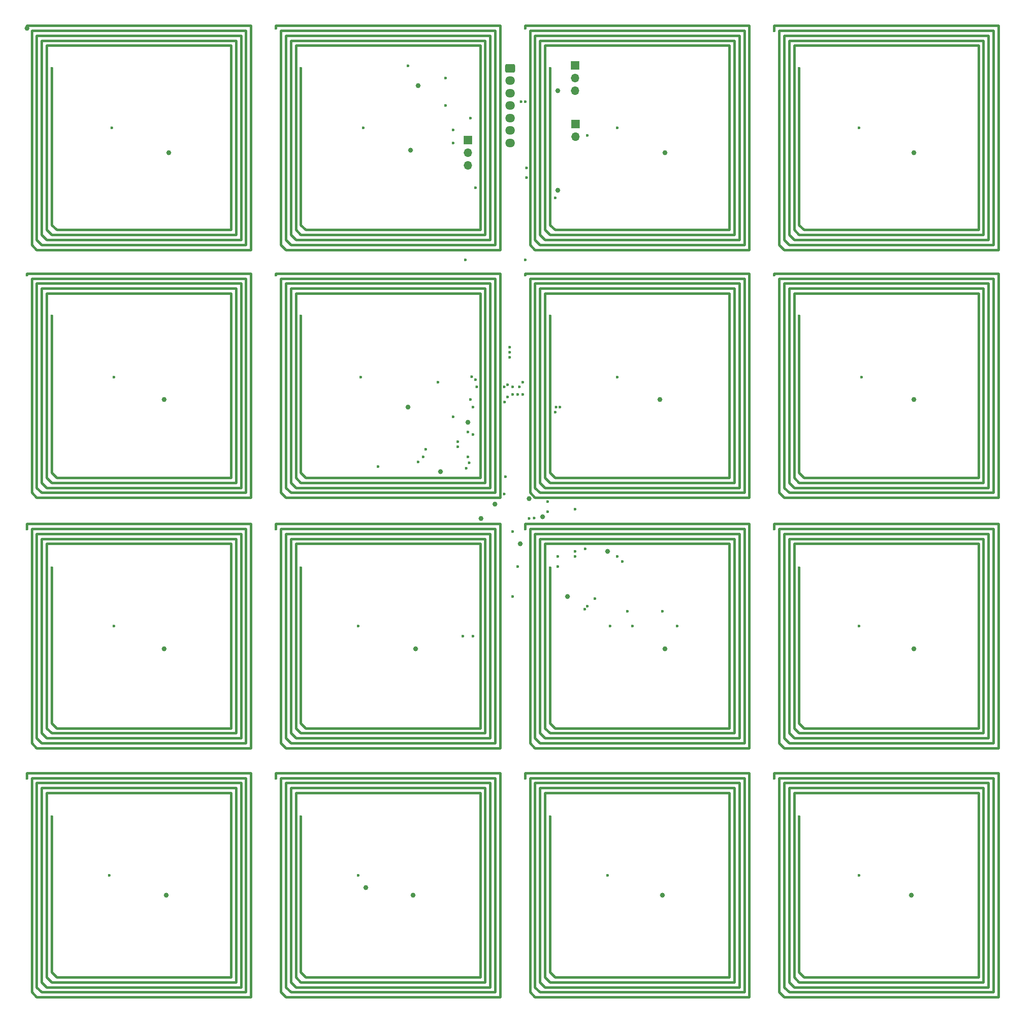
<source format=gbr>
%TF.GenerationSoftware,KiCad,Pcbnew,9.0.0*%
%TF.CreationDate,2025-03-24T21:43:16+01:00*%
%TF.ProjectId,PCB_Chessboard,5043425f-4368-4657-9373-626f6172642e,rev?*%
%TF.SameCoordinates,Original*%
%TF.FileFunction,Copper,L4,Bot*%
%TF.FilePolarity,Positive*%
%FSLAX46Y46*%
G04 Gerber Fmt 4.6, Leading zero omitted, Abs format (unit mm)*
G04 Created by KiCad (PCBNEW 9.0.0) date 2025-03-24 21:43:16*
%MOMM*%
%LPD*%
G01*
G04 APERTURE LIST*
G04 Aperture macros list*
%AMRoundRect*
0 Rectangle with rounded corners*
0 $1 Rounding radius*
0 $2 $3 $4 $5 $6 $7 $8 $9 X,Y pos of 4 corners*
0 Add a 4 corners polygon primitive as box body*
4,1,4,$2,$3,$4,$5,$6,$7,$8,$9,$2,$3,0*
0 Add four circle primitives for the rounded corners*
1,1,$1+$1,$2,$3*
1,1,$1+$1,$4,$5*
1,1,$1+$1,$6,$7*
1,1,$1+$1,$8,$9*
0 Add four rect primitives between the rounded corners*
20,1,$1+$1,$2,$3,$4,$5,0*
20,1,$1+$1,$4,$5,$6,$7,0*
20,1,$1+$1,$6,$7,$8,$9,0*
20,1,$1+$1,$8,$9,$2,$3,0*%
G04 Aperture macros list end*
%TA.AperFunction,ComponentPad*%
%ADD10RoundRect,0.250000X-0.725000X0.600000X-0.725000X-0.600000X0.725000X-0.600000X0.725000X0.600000X0*%
%TD*%
%TA.AperFunction,ComponentPad*%
%ADD11O,1.950000X1.700000*%
%TD*%
%TA.AperFunction,ComponentPad*%
%ADD12R,1.700000X1.700000*%
%TD*%
%TA.AperFunction,ComponentPad*%
%ADD13O,1.700000X1.700000*%
%TD*%
%TA.AperFunction,ViaPad*%
%ADD14C,0.600000*%
%TD*%
%TA.AperFunction,ViaPad*%
%ADD15C,1.000000*%
%TD*%
%TA.AperFunction,Conductor*%
%ADD16C,0.500000*%
%TD*%
G04 APERTURE END LIST*
D10*
%TO.P,JQ1,1,Pin_1*%
%TO.N,SDA*%
X99500000Y-11000000D03*
D11*
%TO.P,JQ1,2,Pin_2*%
%TO.N,SCL*%
X99500000Y-13500000D03*
%TO.P,JQ1,3,Pin_3*%
%TO.N,GND*%
X99500000Y-16000000D03*
%TO.P,JQ1,4,Pin_4*%
%TO.N,+3.3V*%
X99500000Y-18500000D03*
%TO.P,JQ1,5,Pin_5*%
%TO.N,+5V*%
X99500000Y-21000000D03*
%TO.P,JQ1,6,Pin_6*%
%TO.N,LED.DIN*%
X99500000Y-23500000D03*
%TO.P,JQ1,7,Pin_7*%
%TO.N,GPIOXX*%
X99500000Y-26000000D03*
%TD*%
D12*
%TO.P,J18,1,Pin_1*%
%TO.N,+3.3V*%
X112620000Y-22185000D03*
D13*
%TO.P,J18,2,Pin_2*%
X112620000Y-24725000D03*
%TD*%
D12*
%TO.P,J19,1,Pin_1*%
%TO.N,GND*%
X112500000Y-10420000D03*
D13*
%TO.P,J19,2,Pin_2*%
X112500000Y-12960000D03*
%TO.P,J19,3,Pin_3*%
X112500000Y-15500000D03*
%TD*%
D12*
%TO.P,J20,1,Pin_1*%
%TO.N,MCP23017.A0*%
X91000000Y-25460000D03*
D13*
%TO.P,J20,2,Pin_2*%
%TO.N,MCP23017.A1*%
X91000000Y-28000000D03*
%TO.P,J20,3,Pin_3*%
%TO.N,MCP23017.A2*%
X91000000Y-30540000D03*
%TD*%
D14*
%TO.N,ANT10+*%
X92000000Y-124999000D03*
X100000000Y-117000000D03*
%TO.N,ANT1+*%
X85000000Y-74000000D03*
X91750000Y-72934313D03*
%TO.N,CLRC663.ALIM*%
X100000000Y-104000000D03*
%TO.N,ANT10+*%
X162500000Y-152500000D03*
X133000000Y-123000000D03*
X112497000Y-108000000D03*
X130000000Y-120000000D03*
X116000000Y-152500000D03*
X124000000Y-123000000D03*
X123000000Y-120000000D03*
X112497000Y-109000000D03*
X107500000Y-167500000D03*
X157500000Y-171500000D03*
X67500000Y-152500000D03*
X109000000Y-111000000D03*
X57500000Y-169000000D03*
X7500000Y-176000000D03*
X7000000Y-152500000D03*
X90000000Y-124999000D03*
X157500000Y-119000000D03*
X159000000Y-102500000D03*
X121000000Y-109000000D03*
X107500000Y-124000000D03*
X132000000Y-102500000D03*
X122000000Y-110000000D03*
X57500000Y-114500000D03*
X57000000Y-102500000D03*
X114459620Y-119540380D03*
X7500000Y-116000000D03*
X115000000Y-119000000D03*
X4000000Y-102500000D03*
X116500000Y-117500000D03*
X109000000Y-109000000D03*
X103296544Y-101400000D03*
%TO.N,CLRC663.ALIM*%
X104330000Y-101288384D03*
%TO.N,ANT1+*%
X157500000Y-73000000D03*
X163000000Y-52250000D03*
X89000000Y-86000000D03*
X107500000Y-71000000D03*
X133750000Y-52250000D03*
X89000000Y-87000000D03*
X73000000Y-91000000D03*
X7500000Y-68000000D03*
X81000000Y-90000000D03*
X57500000Y-63000000D03*
X54000000Y-52250000D03*
X82000000Y-89000000D03*
X7250000Y-52250000D03*
X157500000Y-20500000D03*
X90687251Y-91312749D03*
X162500000Y-2500000D03*
X91000000Y-84000000D03*
X107500000Y-17000000D03*
X117500000Y-2500000D03*
X92000000Y-79000000D03*
X88000000Y-81000000D03*
X91000000Y-89000000D03*
X57500000Y-17500000D03*
X58000000Y-2500000D03*
X7500000Y-12500000D03*
X82500000Y-87500000D03*
X7500000Y-2500000D03*
X91285781Y-90214219D03*
D15*
%TO.N,GND*%
X101500000Y-106500000D03*
X93596911Y-101403089D03*
D14*
%TO.N,CLRC663.ALIM*%
X107000000Y-100000000D03*
X107000000Y-98000000D03*
X92500000Y-73500000D03*
X88000000Y-26000000D03*
X88000000Y-23409000D03*
%TO.N,+3.3V*%
X86500000Y-18500000D03*
%TO.N,MCP23017.GPA0*%
X91500000Y-77500000D03*
X92750000Y-74999000D03*
%TO.N,MCP23017.GPA1*%
X98400000Y-78000000D03*
X98250000Y-74999000D03*
%TO.N,MCP23017.GPA2*%
X99000000Y-77000000D03*
X99000000Y-74500000D03*
%TO.N,MCP23017.GPA6*%
X108500000Y-80000000D03*
X99400000Y-69000000D03*
%TO.N,MCP23017.GPA5*%
X108699997Y-79000000D03*
X99400000Y-68000000D03*
%TO.N,MCP23017.GPA4*%
X109500000Y-79000000D03*
X99400000Y-67000000D03*
%TO.N,MCP23017.GPA3*%
X100000000Y-74999000D03*
X98250000Y-96500000D03*
X98500000Y-93000000D03*
X100000000Y-76500000D03*
%TO.N,+3.3V*%
X114500000Y-107500000D03*
D15*
%TO.N,GND*%
X103306498Y-97400001D03*
D14*
%TO.N,Net-(D24-DOUT)*%
X112500000Y-99500000D03*
X101000000Y-111000000D03*
%TO.N,Net-(D20-DOUT)*%
X90500000Y-49500000D03*
X102500000Y-49500000D03*
%TO.N,SCL*%
X101350000Y-74999000D03*
X101000000Y-76500000D03*
%TO.N,SDA*%
X102000000Y-74000000D03*
X102000000Y-76500000D03*
D15*
%TO.N,GND*%
X96450498Y-98510498D03*
X106000000Y-101000000D03*
X70500000Y-175500000D03*
X109000000Y-35500000D03*
D14*
%TO.N,+3.3V*%
X115000000Y-24500000D03*
X108500000Y-37000000D03*
D15*
%TO.N,GND*%
X30000000Y-127500000D03*
D14*
%TO.N,+5V*%
X19500000Y-23000000D03*
D15*
%TO.N,GND*%
X30000000Y-77500000D03*
X79000000Y-79000000D03*
X130500000Y-28000000D03*
D14*
%TO.N,+5V*%
X69000000Y-123000000D03*
D15*
%TO.N,GND*%
X180500000Y-28000000D03*
X80500000Y-127500000D03*
X30500000Y-177000000D03*
D14*
%TO.N,+5V*%
X121000000Y-73000000D03*
D15*
%TO.N,GND*%
X180500000Y-127500000D03*
D14*
%TO.N,+5V*%
X169500000Y-123000000D03*
X19000000Y-173000000D03*
X169500000Y-173000000D03*
D15*
%TO.N,GND*%
X130000000Y-177000000D03*
D14*
%TO.N,+5V*%
X169500000Y-23000000D03*
X70000000Y-23000000D03*
X20000000Y-73000000D03*
X69000000Y-173000000D03*
X119000000Y-173000000D03*
D15*
%TO.N,GND*%
X180000000Y-177000000D03*
D14*
%TO.N,+5V*%
X121000000Y-23000000D03*
X69500000Y-73000000D03*
X170000000Y-73000000D03*
X20000000Y-123000000D03*
X119500000Y-123000000D03*
D15*
%TO.N,GND*%
X80000000Y-177000000D03*
X130500000Y-127500000D03*
X180500000Y-77500000D03*
X129500000Y-77500000D03*
X31000000Y-28000000D03*
X79500000Y-27500000D03*
X111000000Y-117000000D03*
X119000000Y-108000000D03*
X85500000Y-92000000D03*
X91000000Y-82065686D03*
D14*
%TO.N,+3.3V*%
X92000000Y-84500000D03*
%TO.N,SCL*%
X102750000Y-33000000D03*
X101699997Y-17750000D03*
%TO.N,SDA*%
X102500000Y-17750000D03*
X102750000Y-31000000D03*
D15*
%TO.N,GND*%
X109000000Y-15500000D03*
D14*
%TO.N,+3.3V*%
X92500000Y-35000000D03*
D15*
%TO.N,GND*%
X81000000Y-14500000D03*
D14*
%TO.N,+5V*%
X79000000Y-10500000D03*
%TO.N,ANT10+*%
X157500000Y-161250000D03*
X152500000Y-153500000D03*
X52500000Y-153500000D03*
X102500000Y-153500000D03*
X107500000Y-161250000D03*
X57500000Y-161250000D03*
X7500000Y-161250000D03*
X2500000Y-153500000D03*
X157500000Y-111250000D03*
X152500000Y-103500000D03*
X102500000Y-103500000D03*
X107500000Y-111250000D03*
X57500000Y-111250000D03*
X52500000Y-103500000D03*
%TO.N,ANT1+*%
X157500000Y-60750000D03*
X107500000Y-60750000D03*
X57500000Y-60750000D03*
X7500000Y-60750000D03*
X107500000Y-11000000D03*
X102500000Y-3000000D03*
X57500000Y-11000000D03*
X52500000Y-3000000D03*
X157500000Y-11000000D03*
X152500000Y-3500000D03*
%TO.N,ANT10+*%
X7500000Y-111250000D03*
X2500000Y-103500000D03*
%TO.N,ANT1+*%
X152500000Y-52500000D03*
X102500000Y-52500000D03*
X52500000Y-52500000D03*
X2500000Y-52500000D03*
X7500000Y-11000000D03*
D15*
X2500000Y-3000000D03*
D14*
%TO.N,GPIOXX*%
X91500000Y-21000000D03*
X86500000Y-13000000D03*
%TD*%
D16*
%TO.N,ANT1+*%
X57500000Y-42500000D02*
X57500000Y-17500000D01*
X58500000Y-43500000D02*
X57500000Y-42500000D01*
X93500000Y-6500000D02*
X93500000Y-43500000D01*
X93500000Y-43500000D02*
X58500000Y-43500000D01*
X56500000Y-43500000D02*
X56500000Y-6500000D01*
X94500000Y-44500000D02*
X57500000Y-44500000D01*
X56500000Y-6500000D02*
X93500000Y-6500000D01*
X55500000Y-44500000D02*
X55500000Y-5500000D01*
X95500000Y-45500000D02*
X56500000Y-45500000D01*
X54500000Y-4500000D02*
X95500000Y-4500000D01*
X95500000Y-4500000D02*
X95500000Y-45500000D01*
X54500000Y-45500000D02*
X54500000Y-4500000D01*
X56500000Y-45500000D02*
X55500000Y-44500000D01*
X55500000Y-46500000D02*
X54500000Y-45500000D01*
X96500000Y-46500000D02*
X55500000Y-46500000D01*
X53500000Y-46500000D02*
X53500000Y-3500000D01*
X96500000Y-3500000D02*
X96500000Y-46500000D01*
X97500000Y-47500000D02*
X54500000Y-47500000D01*
X53500000Y-3500000D02*
X96500000Y-3500000D01*
X97500000Y-2500000D02*
X97500000Y-47500000D01*
X94500000Y-5500000D02*
X94500000Y-44500000D01*
X58000000Y-2500000D02*
X97500000Y-2500000D01*
X52500000Y-2500000D02*
X52500000Y-3000000D01*
X54500000Y-47500000D02*
X53500000Y-46500000D01*
X58000000Y-2500000D02*
X52500000Y-2500000D01*
X57500000Y-44500000D02*
X56500000Y-43500000D01*
X55500000Y-5500000D02*
X94500000Y-5500000D01*
%TO.N,ANT10+*%
X152500000Y-152500000D02*
X152500000Y-153500000D01*
X157500000Y-192500000D02*
X157500000Y-171500000D01*
X158500000Y-193500000D02*
X157500000Y-192500000D01*
X193500000Y-193500000D02*
X158500000Y-193500000D01*
X193500000Y-156500000D02*
X193500000Y-193500000D01*
X162500000Y-152500000D02*
X152500000Y-152500000D01*
X157500000Y-194500000D02*
X156500000Y-193500000D01*
X194500000Y-194500000D02*
X157500000Y-194500000D01*
X194500000Y-155500000D02*
X194500000Y-194500000D01*
X155500000Y-155500000D02*
X194500000Y-155500000D01*
X155500000Y-194500000D02*
X155500000Y-155500000D01*
X195500000Y-195500000D02*
X156500000Y-195500000D01*
X156500000Y-193500000D02*
X156500000Y-156500000D01*
X195500000Y-154500000D02*
X195500000Y-195500000D01*
X154500000Y-154500000D02*
X195500000Y-154500000D01*
X156500000Y-195500000D02*
X155500000Y-194500000D01*
X154500000Y-195500000D02*
X154500000Y-154500000D01*
X155500000Y-196500000D02*
X154500000Y-195500000D01*
X196500000Y-153500000D02*
X196500000Y-196500000D01*
X196500000Y-196500000D02*
X155500000Y-196500000D01*
X153500000Y-153500000D02*
X196500000Y-153500000D01*
X153500000Y-196500000D02*
X153500000Y-153500000D01*
X154500000Y-197500000D02*
X153500000Y-196500000D01*
X162500000Y-152500000D02*
X197500000Y-152500000D01*
X197500000Y-197500000D02*
X154500000Y-197500000D01*
X156500000Y-156500000D02*
X193500000Y-156500000D01*
X197500000Y-152500000D02*
X197500000Y-197500000D01*
X116000000Y-152500000D02*
X102500000Y-152500000D01*
X157500000Y-171500000D02*
X157500000Y-161250000D01*
X107500000Y-161250000D02*
X107500000Y-167500000D01*
X102500000Y-152500000D02*
X102500000Y-153500000D01*
X147500000Y-152500000D02*
X116000000Y-152500000D01*
X147500000Y-197500000D02*
X147500000Y-152500000D01*
X104500000Y-197500000D02*
X147500000Y-197500000D01*
X103500000Y-196500000D02*
X104500000Y-197500000D01*
X103500000Y-153500000D02*
X103500000Y-196500000D01*
X146500000Y-153500000D02*
X103500000Y-153500000D01*
X146500000Y-196500000D02*
X146500000Y-153500000D01*
X105500000Y-196500000D02*
X146500000Y-196500000D01*
X104500000Y-195500000D02*
X105500000Y-196500000D01*
X104500000Y-154500000D02*
X104500000Y-195500000D01*
X145500000Y-154500000D02*
X104500000Y-154500000D01*
X106500000Y-195500000D02*
X145500000Y-195500000D01*
X145500000Y-195500000D02*
X145500000Y-154500000D01*
X105500000Y-194500000D02*
X106500000Y-195500000D01*
X105500000Y-155500000D02*
X105500000Y-194500000D01*
X144500000Y-194500000D02*
X144500000Y-155500000D01*
X107500000Y-194500000D02*
X144500000Y-194500000D01*
X106500000Y-193500000D02*
X107500000Y-194500000D01*
X144500000Y-155500000D02*
X105500000Y-155500000D01*
X106500000Y-156500000D02*
X106500000Y-193500000D01*
X143500000Y-156500000D02*
X106500000Y-156500000D01*
X107500000Y-192500000D02*
X108500000Y-193500000D01*
X143500000Y-193500000D02*
X143500000Y-156500000D01*
X108500000Y-193500000D02*
X143500000Y-193500000D01*
X107500000Y-167500000D02*
X107500000Y-192500000D01*
X93500000Y-156500000D02*
X93500000Y-193500000D01*
X93500000Y-193500000D02*
X58500000Y-193500000D01*
X56500000Y-193500000D02*
X56500000Y-156500000D01*
X57500000Y-194500000D02*
X56500000Y-193500000D01*
X56500000Y-156500000D02*
X93500000Y-156500000D01*
X94500000Y-194500000D02*
X57500000Y-194500000D01*
X55500000Y-155500000D02*
X94500000Y-155500000D01*
X94500000Y-155500000D02*
X94500000Y-194500000D01*
X56500000Y-195500000D02*
X55500000Y-194500000D01*
X54500000Y-154500000D02*
X95500000Y-154500000D01*
X54500000Y-195500000D02*
X54500000Y-154500000D01*
X95500000Y-154500000D02*
X95500000Y-195500000D01*
X55500000Y-196500000D02*
X54500000Y-195500000D01*
X96500000Y-196500000D02*
X55500000Y-196500000D01*
X96500000Y-153500000D02*
X96500000Y-196500000D01*
X53500000Y-153500000D02*
X96500000Y-153500000D01*
X53500000Y-196500000D02*
X53500000Y-153500000D01*
X55500000Y-194500000D02*
X55500000Y-155500000D01*
X54500000Y-197500000D02*
X53500000Y-196500000D01*
X97500000Y-197500000D02*
X54500000Y-197500000D01*
X67500000Y-152500000D02*
X97500000Y-152500000D01*
X58500000Y-193500000D02*
X57500000Y-192500000D01*
X52500000Y-152500000D02*
X52500000Y-153500000D01*
X57500000Y-192500000D02*
X57500000Y-169000000D01*
X95500000Y-195500000D02*
X56500000Y-195500000D01*
X97500000Y-152500000D02*
X97500000Y-197500000D01*
X67500000Y-152500000D02*
X52500000Y-152500000D01*
X57500000Y-169000000D02*
X57500000Y-161250000D01*
X7500000Y-176000000D02*
X7500000Y-161250000D01*
X7000000Y-152500000D02*
X47500000Y-152500000D01*
X157500000Y-119000000D02*
X157500000Y-111250000D01*
X159000000Y-102500000D02*
X197500000Y-102500000D01*
X107500000Y-124000000D02*
X107500000Y-111250000D01*
X132000000Y-102500000D02*
X147500000Y-102500000D01*
X57500000Y-114500000D02*
X57500000Y-111250000D01*
X97500000Y-102500000D02*
X57000000Y-102500000D01*
X97500000Y-147500000D02*
X97500000Y-102500000D01*
X53500000Y-146500000D02*
X54500000Y-147500000D01*
X53500000Y-103500000D02*
X53500000Y-146500000D01*
X96500000Y-103500000D02*
X53500000Y-103500000D01*
X96500000Y-146500000D02*
X96500000Y-103500000D01*
X55500000Y-146500000D02*
X96500000Y-146500000D01*
X54500000Y-147500000D02*
X97500000Y-147500000D01*
X95500000Y-104500000D02*
X54500000Y-104500000D01*
X54500000Y-104500000D02*
X54500000Y-145500000D01*
X95500000Y-145500000D02*
X95500000Y-104500000D01*
X56500000Y-145500000D02*
X95500000Y-145500000D01*
X55500000Y-144500000D02*
X56500000Y-145500000D01*
X55500000Y-105500000D02*
X55500000Y-144500000D01*
X54500000Y-145500000D02*
X55500000Y-146500000D01*
X94500000Y-105500000D02*
X55500000Y-105500000D01*
X94500000Y-144500000D02*
X94500000Y-105500000D01*
X56500000Y-106500000D02*
X56500000Y-143500000D01*
X56500000Y-143500000D02*
X57500000Y-144500000D01*
X58500000Y-143500000D02*
X93500000Y-143500000D01*
X93500000Y-143500000D02*
X93500000Y-106500000D01*
X93500000Y-106500000D02*
X56500000Y-106500000D01*
X57500000Y-142500000D02*
X58500000Y-143500000D01*
X57500000Y-114500000D02*
X57500000Y-142500000D01*
X57500000Y-144500000D02*
X94500000Y-144500000D01*
X52500000Y-102500000D02*
X57000000Y-102500000D01*
X7500000Y-116000000D02*
X7500000Y-111250000D01*
X4000000Y-102500000D02*
X47500000Y-102500000D01*
%TO.N,ANT1+*%
X197500000Y-52250000D02*
X163000000Y-52250000D01*
X197500000Y-97250000D02*
X197500000Y-52250000D01*
X153500000Y-96250000D02*
X154500000Y-97250000D01*
X196500000Y-96250000D02*
X196500000Y-53250000D01*
X153500000Y-53250000D02*
X153500000Y-96250000D01*
X155500000Y-96250000D02*
X196500000Y-96250000D01*
X196500000Y-53250000D02*
X153500000Y-53250000D01*
X154500000Y-54250000D02*
X154500000Y-95250000D01*
X195500000Y-54250000D02*
X154500000Y-54250000D01*
X195500000Y-95250000D02*
X195500000Y-54250000D01*
X156500000Y-95250000D02*
X195500000Y-95250000D01*
X155500000Y-94250000D02*
X156500000Y-95250000D01*
X154500000Y-97250000D02*
X197500000Y-97250000D01*
X194500000Y-55250000D02*
X155500000Y-55250000D01*
X155500000Y-55250000D02*
X155500000Y-94250000D01*
X194500000Y-94250000D02*
X194500000Y-55250000D01*
X154500000Y-95250000D02*
X155500000Y-96250000D01*
X157500000Y-94250000D02*
X194500000Y-94250000D01*
X156500000Y-56250000D02*
X156500000Y-93250000D01*
X156500000Y-93250000D02*
X157500000Y-94250000D01*
X157500000Y-92250000D02*
X158500000Y-93250000D01*
X158500000Y-93250000D02*
X193500000Y-93250000D01*
X157500000Y-73000000D02*
X157500000Y-92250000D01*
X193500000Y-56250000D02*
X156500000Y-56250000D01*
X193500000Y-93250000D02*
X193500000Y-56250000D01*
X157500000Y-73000000D02*
X157500000Y-60750000D01*
X152500000Y-52250000D02*
X163000000Y-52250000D01*
X107500000Y-71000000D02*
X107500000Y-60750000D01*
X102500000Y-52250000D02*
X102500000Y-52500000D01*
X133750000Y-52250000D02*
X102500000Y-52250000D01*
X108500000Y-93250000D02*
X107500000Y-92250000D01*
X107500000Y-92250000D02*
X107500000Y-71000000D01*
X143500000Y-56250000D02*
X143500000Y-93250000D01*
X144500000Y-55250000D02*
X144500000Y-94250000D01*
X105500000Y-55250000D02*
X144500000Y-55250000D01*
X105500000Y-94250000D02*
X105500000Y-55250000D01*
X106500000Y-95250000D02*
X105500000Y-94250000D01*
X145500000Y-95250000D02*
X106500000Y-95250000D01*
X144500000Y-94250000D02*
X107500000Y-94250000D01*
X145500000Y-54250000D02*
X145500000Y-95250000D01*
X104500000Y-54250000D02*
X145500000Y-54250000D01*
X104500000Y-95250000D02*
X104500000Y-54250000D01*
X107500000Y-94250000D02*
X106500000Y-93250000D01*
X105500000Y-96250000D02*
X104500000Y-95250000D01*
X146500000Y-53250000D02*
X146500000Y-96250000D01*
X103500000Y-53250000D02*
X146500000Y-53250000D01*
X103500000Y-96250000D02*
X103500000Y-53250000D01*
X104500000Y-97250000D02*
X103500000Y-96250000D01*
X147500000Y-97250000D02*
X104500000Y-97250000D01*
X147500000Y-52250000D02*
X147500000Y-97250000D01*
X146500000Y-96250000D02*
X105500000Y-96250000D01*
X106500000Y-93250000D02*
X106500000Y-56250000D01*
X133750000Y-52250000D02*
X147500000Y-52250000D01*
X106500000Y-56250000D02*
X143500000Y-56250000D01*
X143500000Y-93250000D02*
X108500000Y-93250000D01*
X7500000Y-68000000D02*
X7500000Y-60750000D01*
X57500000Y-63000000D02*
X57500000Y-60750000D01*
X54000000Y-52250000D02*
X97500000Y-52250000D01*
X2500000Y-52250000D02*
X2500000Y-52500000D01*
X7250000Y-52250000D02*
X2500000Y-52250000D01*
X43500000Y-93250000D02*
X8500000Y-93250000D01*
X43500000Y-56250000D02*
X43500000Y-93250000D01*
X6500000Y-93250000D02*
X6500000Y-56250000D01*
X7500000Y-92250000D02*
X7500000Y-68000000D01*
X7500000Y-94250000D02*
X6500000Y-93250000D01*
X44500000Y-94250000D02*
X7500000Y-94250000D01*
X44500000Y-55250000D02*
X44500000Y-94250000D01*
X6500000Y-56250000D02*
X43500000Y-56250000D01*
X5500000Y-55250000D02*
X44500000Y-55250000D01*
X5500000Y-94250000D02*
X5500000Y-55250000D01*
X45500000Y-95250000D02*
X6500000Y-95250000D01*
X8500000Y-93250000D02*
X7500000Y-92250000D01*
X4500000Y-54250000D02*
X45500000Y-54250000D01*
X4500000Y-95250000D02*
X4500000Y-54250000D01*
X5500000Y-96250000D02*
X4500000Y-95250000D01*
X46500000Y-96250000D02*
X5500000Y-96250000D01*
X3500000Y-53250000D02*
X46500000Y-53250000D01*
X45500000Y-54250000D02*
X45500000Y-95250000D01*
X3500000Y-96250000D02*
X3500000Y-53250000D01*
X46500000Y-53250000D02*
X46500000Y-96250000D01*
X47500000Y-52250000D02*
X47500000Y-97250000D01*
X4500000Y-97250000D02*
X3500000Y-96250000D01*
X47500000Y-97250000D02*
X4500000Y-97250000D01*
X7250000Y-52250000D02*
X47500000Y-52250000D01*
X6500000Y-95250000D02*
X5500000Y-94250000D01*
X197500000Y-2500000D02*
X162500000Y-2500000D01*
X197500000Y-47500000D02*
X197500000Y-2500000D01*
X154500000Y-47500000D02*
X197500000Y-47500000D01*
X196500000Y-46500000D02*
X196500000Y-3500000D01*
X155500000Y-46500000D02*
X196500000Y-46500000D01*
X153500000Y-46500000D02*
X154500000Y-47500000D01*
X154500000Y-4500000D02*
X154500000Y-45500000D01*
X195500000Y-4500000D02*
X154500000Y-4500000D01*
X195500000Y-45500000D02*
X195500000Y-4500000D01*
X156500000Y-45500000D02*
X195500000Y-45500000D01*
X155500000Y-44500000D02*
X156500000Y-45500000D01*
X155500000Y-5500000D02*
X155500000Y-44500000D01*
X154500000Y-45500000D02*
X155500000Y-46500000D01*
X194500000Y-5500000D02*
X155500000Y-5500000D01*
X194500000Y-44500000D02*
X194500000Y-5500000D01*
X157500000Y-44500000D02*
X194500000Y-44500000D01*
X156500000Y-43500000D02*
X157500000Y-44500000D01*
X157500000Y-20500000D02*
X157500000Y-11000000D01*
X156500000Y-6500000D02*
X156500000Y-43500000D01*
X193500000Y-6500000D02*
X156500000Y-6500000D01*
X193500000Y-43500000D02*
X193500000Y-6500000D01*
X158500000Y-43500000D02*
X193500000Y-43500000D01*
X157500000Y-20500000D02*
X157500000Y-42500000D01*
X153500000Y-3500000D02*
X153500000Y-46500000D01*
X157500000Y-42500000D02*
X158500000Y-43500000D01*
X196500000Y-3500000D02*
X153500000Y-3500000D01*
X152500000Y-2500000D02*
X152500000Y-3500000D01*
X162500000Y-2500000D02*
X152500000Y-2500000D01*
X107500000Y-17000000D02*
X107500000Y-11000000D01*
X107500000Y-42500000D02*
X107500000Y-17000000D01*
X143500000Y-43500000D02*
X108500000Y-43500000D01*
X107500000Y-44500000D02*
X106500000Y-43500000D01*
X144500000Y-44500000D02*
X107500000Y-44500000D01*
X106500000Y-43500000D02*
X106500000Y-6500000D01*
X144500000Y-5500000D02*
X144500000Y-44500000D01*
X108500000Y-43500000D02*
X107500000Y-42500000D01*
X105500000Y-5500000D02*
X144500000Y-5500000D01*
X145500000Y-45500000D02*
X106500000Y-45500000D01*
X145500000Y-4500000D02*
X145500000Y-45500000D01*
X104500000Y-4500000D02*
X145500000Y-4500000D01*
X105500000Y-46500000D02*
X104500000Y-45500000D01*
X146500000Y-46500000D02*
X105500000Y-46500000D01*
X143500000Y-6500000D02*
X143500000Y-43500000D01*
X103500000Y-3500000D02*
X146500000Y-3500000D01*
X103500000Y-46500000D02*
X103500000Y-3500000D01*
X147500000Y-47500000D02*
X104500000Y-47500000D01*
X104500000Y-47500000D02*
X103500000Y-46500000D01*
X147500000Y-2500000D02*
X147500000Y-47500000D01*
X105500000Y-44500000D02*
X105500000Y-5500000D01*
X117500000Y-2500000D02*
X147500000Y-2500000D01*
X102500000Y-2500000D02*
X102500000Y-3000000D01*
X104500000Y-45500000D02*
X104500000Y-4500000D01*
X117500000Y-2500000D02*
X102500000Y-2500000D01*
X106500000Y-45500000D02*
X105500000Y-44500000D01*
X106500000Y-6500000D02*
X143500000Y-6500000D01*
X146500000Y-3500000D02*
X146500000Y-46500000D01*
X7500000Y-12500000D02*
X7500000Y-11000000D01*
X7500000Y-2500000D02*
X47500000Y-2500000D01*
X7500000Y-14500000D02*
X7500000Y-12500000D01*
X7500000Y-42500000D02*
X7500000Y-14500000D01*
X5000000Y-2500000D02*
X7500000Y-2500000D01*
X2500000Y-2500000D02*
X5000000Y-2500000D01*
%TO.N,ANT10+*%
X7500000Y-192500000D02*
X7500000Y-176000000D01*
X2500000Y-153500000D02*
X2500000Y-152500000D01*
X157500000Y-142500000D02*
X157500000Y-119000000D01*
X152500000Y-103500000D02*
X152500000Y-102500000D01*
X102500000Y-103500000D02*
X102500000Y-102500000D01*
X107500000Y-142500000D02*
X107500000Y-124000000D01*
%TO.N,ANT1+*%
X57500000Y-92250000D02*
X57500000Y-63000000D01*
X57500000Y-17500000D02*
X57500000Y-11000000D01*
%TO.N,ANT10+*%
X46500000Y-153500000D02*
X46500000Y-196500000D01*
X6500000Y-193500000D02*
X6500000Y-156500000D01*
X7500000Y-194500000D02*
X6500000Y-193500000D01*
X5500000Y-155500000D02*
X44500000Y-155500000D01*
X47500000Y-197500000D02*
X4500000Y-197500000D01*
X5500000Y-194500000D02*
X5500000Y-155500000D01*
X2500000Y-152500000D02*
X7000000Y-152500000D01*
X3500000Y-153500000D02*
X46500000Y-153500000D01*
X4500000Y-195500000D02*
X4500000Y-154500000D01*
X45500000Y-154500000D02*
X45500000Y-195500000D01*
X44500000Y-194500000D02*
X7500000Y-194500000D01*
X44500000Y-155500000D02*
X44500000Y-194500000D01*
X4500000Y-197500000D02*
X3500000Y-196500000D01*
X6500000Y-156500000D02*
X43500000Y-156500000D01*
X43500000Y-156500000D02*
X43500000Y-193500000D01*
X46500000Y-196500000D02*
X5500000Y-196500000D01*
X45500000Y-195500000D02*
X6500000Y-195500000D01*
X43500000Y-193500000D02*
X8500000Y-193500000D01*
X8500000Y-193500000D02*
X7500000Y-192500000D01*
X47500000Y-152500000D02*
X47500000Y-197500000D01*
X6500000Y-195500000D02*
X5500000Y-194500000D01*
X4500000Y-154500000D02*
X45500000Y-154500000D01*
X5500000Y-196500000D02*
X4500000Y-195500000D01*
X3500000Y-196500000D02*
X3500000Y-153500000D01*
X146500000Y-103500000D02*
X146500000Y-146500000D01*
X106500000Y-143500000D02*
X106500000Y-106500000D01*
X107500000Y-144500000D02*
X106500000Y-143500000D01*
X105500000Y-105500000D02*
X144500000Y-105500000D01*
X147500000Y-147500000D02*
X104500000Y-147500000D01*
X105500000Y-144500000D02*
X105500000Y-105500000D01*
X102500000Y-102500000D02*
X132000000Y-102500000D01*
X103500000Y-103500000D02*
X146500000Y-103500000D01*
X104500000Y-145500000D02*
X104500000Y-104500000D01*
X145500000Y-104500000D02*
X145500000Y-145500000D01*
X144500000Y-144500000D02*
X107500000Y-144500000D01*
X144500000Y-105500000D02*
X144500000Y-144500000D01*
X104500000Y-147500000D02*
X103500000Y-146500000D01*
X106500000Y-106500000D02*
X143500000Y-106500000D01*
X143500000Y-106500000D02*
X143500000Y-143500000D01*
X146500000Y-146500000D02*
X105500000Y-146500000D01*
X145500000Y-145500000D02*
X106500000Y-145500000D01*
X143500000Y-143500000D02*
X108500000Y-143500000D01*
X108500000Y-143500000D02*
X107500000Y-142500000D01*
X147500000Y-102500000D02*
X147500000Y-147500000D01*
X106500000Y-145500000D02*
X105500000Y-144500000D01*
X104500000Y-104500000D02*
X145500000Y-104500000D01*
X105500000Y-146500000D02*
X104500000Y-145500000D01*
X103500000Y-146500000D02*
X103500000Y-103500000D01*
X155500000Y-144500000D02*
X155500000Y-105500000D01*
X153500000Y-103500000D02*
X196500000Y-103500000D01*
X157500000Y-144500000D02*
X156500000Y-143500000D01*
X156500000Y-143500000D02*
X156500000Y-106500000D01*
X195500000Y-104500000D02*
X195500000Y-145500000D01*
X155500000Y-105500000D02*
X194500000Y-105500000D01*
X152500000Y-102500000D02*
X159000000Y-102500000D01*
X154500000Y-145500000D02*
X154500000Y-104500000D01*
X196500000Y-103500000D02*
X196500000Y-146500000D01*
X197500000Y-147500000D02*
X154500000Y-147500000D01*
X194500000Y-144500000D02*
X157500000Y-144500000D01*
X194500000Y-105500000D02*
X194500000Y-144500000D01*
X154500000Y-147500000D02*
X153500000Y-146500000D01*
X158500000Y-143500000D02*
X157500000Y-142500000D01*
X156500000Y-106500000D02*
X193500000Y-106500000D01*
X154500000Y-104500000D02*
X195500000Y-104500000D01*
X193500000Y-106500000D02*
X193500000Y-143500000D01*
X196500000Y-146500000D02*
X155500000Y-146500000D01*
X155500000Y-146500000D02*
X154500000Y-145500000D01*
X197500000Y-102500000D02*
X197500000Y-147500000D01*
X156500000Y-145500000D02*
X155500000Y-144500000D01*
X153500000Y-146500000D02*
X153500000Y-103500000D01*
X195500000Y-145500000D02*
X156500000Y-145500000D01*
X193500000Y-143500000D02*
X158500000Y-143500000D01*
X52500000Y-103500000D02*
X52500000Y-102500000D01*
X8500000Y-143500000D02*
X7500000Y-142500000D01*
X43500000Y-143500000D02*
X8500000Y-143500000D01*
X43500000Y-106500000D02*
X43500000Y-143500000D01*
X6500000Y-106500000D02*
X43500000Y-106500000D01*
X6500000Y-143500000D02*
X6500000Y-106500000D01*
X7500000Y-144500000D02*
X6500000Y-143500000D01*
X44500000Y-144500000D02*
X7500000Y-144500000D01*
X44500000Y-105500000D02*
X44500000Y-144500000D01*
X5500000Y-144500000D02*
X5500000Y-105500000D01*
X5500000Y-105500000D02*
X44500000Y-105500000D01*
X6500000Y-145500000D02*
X5500000Y-144500000D01*
X45500000Y-145500000D02*
X6500000Y-145500000D01*
X7500000Y-142500000D02*
X7500000Y-116000000D01*
X45500000Y-104500000D02*
X45500000Y-145500000D01*
X4500000Y-145500000D02*
X4500000Y-104500000D01*
X5500000Y-146500000D02*
X4500000Y-145500000D01*
X46500000Y-146500000D02*
X5500000Y-146500000D01*
X46500000Y-103500000D02*
X46500000Y-146500000D01*
X4500000Y-104500000D02*
X45500000Y-104500000D01*
X3500000Y-146500000D02*
X3500000Y-103500000D01*
X3500000Y-103500000D02*
X46500000Y-103500000D01*
X47500000Y-147500000D02*
X4500000Y-147500000D01*
X4500000Y-147500000D02*
X3500000Y-146500000D01*
X47500000Y-102500000D02*
X47500000Y-147500000D01*
X2500000Y-103500000D02*
X2500000Y-102500000D01*
X2500000Y-102500000D02*
X4000000Y-102500000D01*
%TO.N,ANT1+*%
X152500000Y-52250000D02*
X152500000Y-52500000D01*
X52500000Y-52250000D02*
X52500000Y-52500000D01*
X55500000Y-94250000D02*
X55500000Y-55250000D01*
X93500000Y-93250000D02*
X58500000Y-93250000D01*
X52500000Y-52250000D02*
X54000000Y-52250000D01*
X93500000Y-56250000D02*
X93500000Y-93250000D01*
X56500000Y-95250000D02*
X55500000Y-94250000D01*
X95500000Y-54250000D02*
X95500000Y-95250000D01*
X96500000Y-96250000D02*
X55500000Y-96250000D01*
X54500000Y-95250000D02*
X54500000Y-54250000D01*
X97500000Y-97250000D02*
X54500000Y-97250000D01*
X94500000Y-55250000D02*
X94500000Y-94250000D01*
X54500000Y-54250000D02*
X95500000Y-54250000D01*
X56500000Y-56250000D02*
X93500000Y-56250000D01*
X53500000Y-96250000D02*
X53500000Y-53250000D01*
X57500000Y-94250000D02*
X56500000Y-93250000D01*
X96500000Y-53250000D02*
X96500000Y-96250000D01*
X97500000Y-52250000D02*
X97500000Y-97250000D01*
X95500000Y-95250000D02*
X56500000Y-95250000D01*
X58500000Y-93250000D02*
X57500000Y-92250000D01*
X56500000Y-93250000D02*
X56500000Y-56250000D01*
X53500000Y-53250000D02*
X96500000Y-53250000D01*
X94500000Y-94250000D02*
X57500000Y-94250000D01*
X55500000Y-96250000D02*
X54500000Y-95250000D01*
X55500000Y-55250000D02*
X94500000Y-55250000D01*
X54500000Y-97250000D02*
X53500000Y-96250000D01*
X8500000Y-43500000D02*
X7500000Y-42500000D01*
X43500000Y-43500000D02*
X8500000Y-43500000D01*
X43500000Y-6500000D02*
X43500000Y-43500000D01*
X6500000Y-6500000D02*
X43500000Y-6500000D01*
X7500000Y-44500000D02*
X6500000Y-43500000D01*
X44500000Y-44500000D02*
X7500000Y-44500000D01*
X44500000Y-5500000D02*
X44500000Y-44500000D01*
X5500000Y-5500000D02*
X44500000Y-5500000D01*
X45500000Y-4500000D02*
X45500000Y-45500000D01*
X5500000Y-44500000D02*
X5500000Y-5500000D01*
X4500000Y-45500000D02*
X4500000Y-4500000D01*
X45500000Y-45500000D02*
X6500000Y-45500000D01*
X6500000Y-43500000D02*
X6500000Y-6500000D01*
X6500000Y-45500000D02*
X5500000Y-44500000D01*
X5500000Y-46500000D02*
X4500000Y-45500000D01*
X4500000Y-4500000D02*
X45500000Y-4500000D01*
X46500000Y-46500000D02*
X5500000Y-46500000D01*
X46500000Y-3500000D02*
X46500000Y-46500000D01*
X3500000Y-3500000D02*
X46500000Y-3500000D01*
X3500000Y-46500000D02*
X3500000Y-3500000D01*
X4500000Y-47500000D02*
X3500000Y-46500000D01*
X47500000Y-2500000D02*
X47500000Y-47500000D01*
X47500000Y-47500000D02*
X4500000Y-47500000D01*
X2500000Y-2500000D02*
X2500000Y-3000000D01*
%TD*%
M02*

</source>
